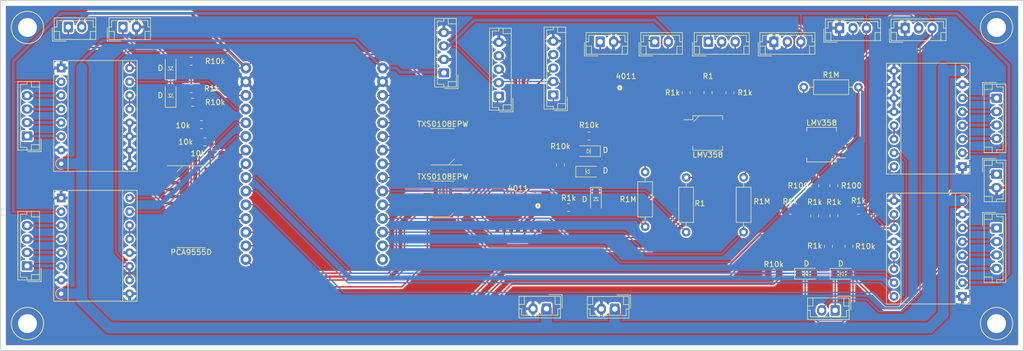
<source format=kicad_pcb>
(kicad_pcb (version 20221018) (generator pcbnew)
  (layers (0 "F.Cu" signal) (31 "B.Cu" signal) (35 "F.Paste" user) (37 "F.SilkS" user "F.Silkscreen") (38 "B.Mask" user) (39 "F.Mask" user) (44 "Edge.Cuts" user))
  (net 0 "")
  (net 1 "VDD3V3")
  (net 2 "Net-(A1-1B)")
  (net 3 "Net-(A1-1A)")
  (net 4 "Net-(A1-2A)")
  (net 5 "Net-(A1-2B)")
  (net 6 "+12V")
  (net 7 "Net-(A1-~{RESET})")
  (net 8 "SD1_STEP")
  (net 9 "SD1_DIR")
  (net 10 "Net-(A2-1B)")
  (net 11 "Net-(A2-1A)")
  (net 12 "Net-(A2-2A)")
  (net 13 "Net-(A2-2B)")
  (net 14 "Net-(A2-~{RESET})")
  (net 15 "Net-(A3-1B)")
  (net 16 "Net-(A3-1A)")
  (net 17 "Net-(A3-2A)")
  (net 18 "Net-(A3-2B)")
  (net 19 "Net-(A3-~{RESET})")
  (net 20 "Net-(A3-DIR)")
  (net 21 "Net-(A4-1B)")
  (net 22 "Net-(A4-1A)")
  (net 23 "Net-(A4-2A)")
  (net 24 "Net-(A4-2B)")
  (net 25 "Net-(A4-~{RESET})")
  (net 26 "Net-(A4-DIR)")
  (net 27 "STOP_Z_MIN5V")
  (net 28 "Net-(D2-A)")
  (net 29 "Net-(D4-A)")
  (net 30 "STOP_Z_MAX5V")
  (net 31 "Net-(J16-Pin_1)")
  (net 32 "Net-(J16-Pin_3)")
  (net 33 "+5V")
  (net 34 "Net-(J17-Pin_1)")
  (net 35 "Net-(J17-Pin_3)")
  (net 36 "Net-(J18-Pin_2)")
  (net 37 "Net-(J19-Pin_2)")
  (net 38 "Net-(J20-Pin_2)")
  (net 39 "Z_VEL5V")
  (net 40 "Net-(J21-Pin_3)")
  (net 41 "STOP_Z_MAX")
  (net 42 "STOP_Z_MIN")
  (net 43 "Net-(R30-Pad1)")
  (net 44 "Net-(U1A--)")
  (net 45 "A1_10k")
  (net 46 "Net-(R34-Pad1)")
  (net 47 "Net-(U1B--)")
  (net 48 "A2_10k")
  (net 49 "Net-(R38-Pad1)")
  (net 50 "Net-(U3A--)")
  (net 51 "AZ_10M")
  (net 52 "Z_DIR")
  (net 53 "A2")
  (net 54 "B2")
  (net 55 "X2")
  (net 56 "X1")
  (net 57 "B1")
  (net 58 "A1")
  (net 59 "LOG_AZ_10M")
  (net 60 "FEEDBACK_Z5V")
  (net 61 "Net-(U4-Pad1)")
  (net 62 "LOG_Z5V")
  (net 63 "EN_LOG_Z5V")
  (net 64 "EN_LOG_Z")
  (net 65 "LOG_Z_DIR")
  (net 66 "Z_VEL")
  (net 67 "SD2_DIR")
  (net 68 "SD2_STEP")
  (net 69 "Net-(J16-Pin_4)")
  (net 70 "Net-(J17-Pin_4)")
  (net 71 "BRAKE_SD1_STEP")
  (net 72 "BRAKE_SD2_STEP")
  (net 73 "BRAKE_SD2_DIR")
  (net 74 "BRAKE_SD1_DIR")
  (net 75 "STOP_SD1_MIN")
  (net 76 "STOP_SD1_MAX")
  (net 77 "STOP_SD2_MAX")
  (net 78 "STOP_SD2_MIN")
  (net 79 "Net-(U4-Pad10)")
  (net 80 "Net-(U4-Pad2)")
  (net 81 "~INT2")
  (net 82 "Data2_Pin")
  (net 83 "Clock2_Pin")
  (net 84 "Net-(U3B--)")
  (net 88 "GND")
  (footprint "Package_SO:TSSOP-20_4.4x6.5mm_P0.65mm" (layer "F.Cu") (at 113.2304 58.352 180)
    (fp_text reference "U8" hide)
    (fp_text value "TXS0108EPW")
  )
  (footprint "Package_SO:TSSOP-20_4.4x6.5mm_P0.65mm" (layer "F.Cu") (at 113.2304 48.573 180)
    (fp_text reference "U7" hide)
    (fp_text value "TXS0108EPW")
  )
  (footprint "Package_SO:SO-8_5.3x6.2mm_P1.27mm" (layer "F.Cu") (at 183.6064 48.192 180)
    (fp_text reference "U1" hide)
    (fp_text value "LMV358")
  )
  (footprint "Мои:SOP14" (layer "F.Cu") (at 147.47468 41.33146 -90)
    (fp_text reference "U5")
    (fp_text value "4011")
  )
  (footprint "Resistor_SMD:R_0805_2012Metric_Pad1.20x1.40mm_HandSolder" (layer "F.Cu") (at 177.7464 60.384 180)
    (fp_text reference "R34" hide)
    (fp_text value "R1k")
  )
  (footprint "Мои:D_SOD-123F_dir" (layer "F.Cu") (at 140.1544 53.2145)
    (fp_text reference "D2" hide)
    (fp_text value "D")
  )
  (footprint "Resistor_THT:R_Axial_DIN0207_L6.3mm_D2.5mm_P10.16mm_Horizontal" (layer "F.Cu") (at 158.4424 64.448 90)
    (fp_text reference "R7" hide)
    (fp_text value "R1")
  )
  (footprint "Package_SO:SO-24_5.3x15mm_P1.27mm" (layer "F.Cu") (at 66.50315 59.72425)
    (fp_text reference "U6" hide)
    (fp_text value "PCA9555D")
  )
  (footprint "Resistor_SMD:R_0805_2012Metric_Pad1.20x1.40mm_HandSolder" (layer "F.Cu") (at 174.6984 72.068 180)
    (fp_text reference "R2" hide)
    (fp_text value "R10k")
  )
  (footprint "Resistor_THT:R_Axial_DIN0207_L6.3mm_D2.5mm_P10.16mm_Horizontal" (layer "F.Cu") (at 190.4464 37.524 180)
    (fp_text reference "R33" hide)
    (fp_text value "R1M")
  )
  (footprint "Connector_JST:JST_EH_B3B-EH-A_1x03_P2.50mm_Vertical" (layer "F.Cu") (at 174.7384 29.096)
    (fp_text reference "J20" hide)
    (fp_text value "Conn_01x03_Pin" hide)
  )
  (footprint "Resistor_SMD:R_0805_2012Metric_Pad1.20x1.40mm_HandSolder" (layer "F.Cu") (at 68.40815 44.48425)
    (fp_text reference "R10" hide)
    (fp_text value "10k")
  )
  (footprint "Resistor_SMD:R_0805_2012Metric_Pad1.20x1.40mm_HandSolder" (layer "F.Cu") (at 66.4944 32.698)
    (fp_text reference "R4" hide)
    (fp_text value "R10k")
  )
  (footprint "Connector_JST:JST_EH_B2B-EH-A_1x02_P2.50mm_Vertical" (layer "F.Cu") (at 216.1004 53.686 -90)
    (fp_text reference "J6" hide)
    (fp_text value "Conn_01x02_Pin" hide)
  )
  (footprint "Connector_JST:JST_EH_B5B-EH-A_1x05_P2.50mm_Vertical" (layer "F.Cu") (at 133.7584 38.968 90)
    (fp_text reference "J16" hide)
    (fp_text value "Conn_01x05_Pin" hide)
  )
  (footprint "Мои:SOP14" (layer "F.Cu") (at 127.19786 60.90337 180)
    (fp_text reference "U4" hide)
    (fp_text value "4011")
  )
  (footprint "Resistor_SMD:R_0805_2012Metric_Pad1.20x1.40mm_HandSolder" (layer "F.Cu") (at 184.8584 67.083 -90)
    (fp_text reference "R1" hide)
    (fp_text value "R1k")
  )
  (footprint "Resistor_SMD:R_0805_2012Metric_Pad1.20x1.40mm_HandSolder" (layer "F.Cu") (at 66.4944 37.778 180)
    (fp_text reference "R3" hide)
    (fp_text value "R1k")
  )
  (footprint "Resistor_SMD:R_0805_2012Metric_Pad1.20x1.40mm_HandSolder" (layer "F.Cu") (at 185.8744 55.812 -90)
    (fp_text reference "R32" hide)
    (fp_text value "R100")
  )
  (footprint "Module:Pololu_Breakout-16_15.2x20.3mm" (layer "F.Cu") (at 42.3644 33.968)
    (fp_text reference "A3" hide)
    (fp_text value "Pololu_Breakout_A4988" hide)
  )
  (footprint "Мои:D_SOD-123F_dir" (layer "F.Cu") (at 140.2844 49.4045 180)
    (fp_text reference "D6" hide)
    (fp_text value "D")
  )
  (footprint "Мои:D_SOD-123F_dir" (layer "F.Cu") (at 180.7884 72.163)
    (fp_text reference "D5" hide)
    (fp_text value "D")
  )
  (footprint "Connector_JST:JST_EH_B2B-EH-A_1x02_P2.50mm_Vertical" (layer "F.Cu") (at 142.4604 29.096)
    (fp_text reference "J23" hide)
    (fp_text value "Conn_01x02_Pin" hide)
  )
  (footprint "Мои:D_SOD-123F_dir" (layer "F.Cu") (at 62.6844 33.968 90)
    (fp_text reference "D1" hide)
    (fp_text value "D")
  )
  (footprint "Connector_JST:JST_EH_B2B-EH-A_1x02_P2.50mm_Vertical" (layer "F.Cu") (at 132.4944 78.672 180)
    (fp_text reference "J11" hide)
    (fp_text value "Conn_01x02_Pin")
  )
  (footprint "Connector_JST:JST_EH_B3B-EH-A_1x03_P2.50mm_Vertical" (layer "F.Cu") (at 186.9304 26.556)
    (fp_text reference "J19" hide)
    (fp_text value "Conn_01x03_Pin" hide)
  )
  (footprint "Connector_JST:JST_EH_B4B-EH-A_1x04_P2.50mm_Vertical" (layer "F.Cu") (at 216.1004 39.556 -90)
    (fp_text reference "J3" hide)
    (fp_text value "Conn_01x04_Pin" hide)
  )
  (footprint "Connector_JST:JST_EH_B3B-EH-A_1x03_P2.50mm_Vertical" (layer "F.Cu") (at 162.5464 29.096)
    (fp_text reference "J21" hide)
    (fp_text value "Conn_01x03_Pin" hide)
  )
  (footprint "Resistor_SMD:R_0805_2012Metric_Pad1.20x1.40mm_HandSolder" (layer "F.Cu") (at 182.3364 55.812 -90)
    (fp_text reference "R36" hide)
    (fp_text value "R100")
  )
  (footprint "Resistor_THT:R_Axial_DIN0207_L6.3mm_D2.5mm_P10.16mm_Horizontal" (layer "F.Cu") (at 169.1104 64.448 90)
    (fp_text reference "R37" hide)
    (fp_text value "R1M")
  )
  (footprint "Module:Pololu_Breakout-16_15.2x20.3mm" (layer "F.Cu") (at 42.3644 58.098)
    (fp_text reference "A1" hide)
    (fp_text value "Pololu_Breakout_A4988" hide)
  )
  (footprint "Connector_JST:JST_EH_B4B-EH-A_1x04_P2.50mm_Vertical" (layer "F.Cu") (at 36.0144 70.718 90)
    (fp_text reference "J5" hide)
    (fp_text value "Conn_01x04_Pin" hide)
  )
  (footprint "Connector_JST:JST_EH_B2B-EH-A_1x02_P2.50mm_Vertical" (layer "F.Cu") (at 43.6744 26.348)
    (fp_text reference "J8" hide)
    (fp_text value "Conn_01x02_Pin" hide)
  )
  (footprint "Resistor_SMD:R_0805_2012Metric_Pad1.20x1.40mm_HandSolder" (layer "F.Cu") (at 182.3184 61.4 90)
    (fp_text reference "R35" hide)
    (fp_text value "R1k")
  )
  (footprint "Resistor_SMD:R_0805_2012Metric_Pad1.20x1.40mm_HandSolder" (layer "F.Cu") (at 71.18465 50.039 180)
    (fp_text reference "R11" hide)
    (fp_text value "10k")
  )
  (footprint "Connector_JST:JST_EH_B2B-EH-A_1x02_P2.50mm_Vertical" (layer "F.Cu") (at 152.6204 29.096)
    (fp_text reference "J22" hide)
    (fp_text value "Conn_01x02_Pin" hide)
  )
  (footprint "Мои:D_SOD-123F_dir" (layer "F.Cu") (at 62.6844 39.048 90)
    (fp_text reference "D3" hide)
    (fp_text value "D")
  )
  (footprint "Resistor_SMD:R_0805_2012Metric_Pad1.20x1.40mm_HandSolder" (layer "F.Cu") (at 185.8744 61.4 90)
    (fp_text reference "R31" hide)
    (fp_text value "R1k")
  )
  (footprint "Connector_JST:JST_EH_B3B-EH-A_1x03_P2.50mm_Vertical" (layer "F.Cu") (at 199.1224 26.556)
    (fp_text reference "J18" hide)
    (fp_text value "Conn_01x03_Pin" hide)
  )
  (footprint "Connector_JST:JST_EH_B5B-EH-A_1x05_P2.50mm_Vertical" (layer "F.Cu") (at 123.6444 39.182 90)
    (fp_text reference "J17" hide)
    (fp_text value "Conn_01x05_Pin" hide)
  )
  (footprint "Connector_JST:JST_EH_B2B-EH-A_1x02_P2.50mm_Vertical" (layer "F.Cu") (at 53.8344 26.348)
    (fp_text reference "J9" hide)
    (fp_text value "Conn_01x02_Pin" hide)
  )
  (footprint "Resistor_SMD:R_0805_2012Metric_Pad1.20x1.40mm_HandSolder" (layer "F.Cu") (at 190.4464 60.384)
    (fp_text reference "R30" hide)
    (fp_text value "R1k")
  )
  (footprint "Resistor_SMD:R_0805_2012Metric_Pad1.20x1.40mm_HandSolder" (layer "F.Cu") (at 166.5704 38.524 90)
    (fp_text reference "R38" hide)
    (fp_text value "R1k")
  )
  (footprint "Connector_JST:JST_EH_B4B-EH-A_1x04_P2.50mm_Vertical" (layer "F.Cu") (at 36.0144 46.588 90)
    (fp_text reference "J7" hide)
    (fp_text value "Conn_01x04_Pin" hide)
  )
  (footprint "Package_SO:SO-8_5.3x6.2mm_P1.27mm" (layer "F.Cu") (at 162.4504 46.033)
    (fp_text reference "U3" hide)
    (fp_text value "LMV358")
  )
  (footprint "Мои:ESP32 WROOM DevKit v1" (layer "F.Cu") (at 76.6544 69.528 180)
    (fp_text reference "J1" hide)
    (fp_text value "ESP32 WROOM DevKit v1")
  )
  (footprint "Resistor_SMD:R_0805_2012Metric_Pad1.20x1.40mm_HandSolder" (layer "F.Cu") (at 136.5984 59.876)
    (fp_text reference "R42" hide)
    (fp_text value "R1k")
  )
  (footprint "Resistor_SMD:R_0805_2012Metric_Pad1.20x1.40mm_HandSolder" (layer "F.Cu") (at 69.0344 47.684)
    (fp_text reference "R12" hide)
    (fp_text value "10k")
  )
  (footprint "Connector_JST:JST_EH_B4B-EH-A_1x04_P2.50mm_Vertical" (layer "F.Cu") (at 216.1004 63.686 -90)
    (fp_text reference "J2" hide)
    (fp_text value "Conn_01x04_Pin" hide)
  )
  (footprint "Resistor_THT:R_Axial_DIN0207_L6.3mm_D2.5mm_P10.16mm_Horizontal" (layer "F.Cu") (at 150.8224 63.432 90)
    (fp_text reference "R41" hide)
    (fp_text value "R1M")
  )
  (footprint "Connector_JST:JST_EH_B2B-EH-A_1x02_P2.50mm_Vertical" (layer "F.Cu") (at 145.1944 78.712 180)
    (fp_text reference "J12" hide)
    (fp_text value "Conn_01x02_Pin")
  )
  (footprint "Resistor_SMD:R_0805_2012Metric_Pad1.20x1.40mm_HandSolder" (layer "F.Cu") (at 188.6684 67.083 90)
    (fp_text reference "R6" hide)
    (fp_text value "R10k")
  )
  (footprint "Resistor_SMD:R_0805_2012Metric_Pad1.20x1.40mm_HandSolder" (layer "F.Cu") (at 140.4084 46.6045 180)
    (fp_text reference "R43" hide)
    (fp_text value "R10k")
  )
  (footprint "Resistor_SMD:R_0805_2012Metric_Pad1.20x1.40mm_HandSolder" (layer "F.Cu") (at 162.5064 38.524 -90)
    (fp_text reference "R40" hide)
    (fp_text value "R1")
  )
  (footprint "Resistor_SMD:R_0805_2012Metric_Pad1.20x1.40mm_HandSolder" (layer "F.Cu") (at 158.4424 38.524 -90)
    (fp_text reference "R39" hide)
    (fp_text value "R1k")
  )
  (footprint "Resistor_SMD:R_0805_2012Metric_Pad1.20x1.40mm_HandSolder" (layer "F.Cu") (at 135.0744 51.9445 90)
    (fp_text reference "R44" hide)
    (fp_text value "R10k")
  )
  (footprint "Connector_JST:JST_EH_B2B-EH-A_1x02_P2.50mm_Vertical" (layer "F.Cu") (at 186.1084 78.972 180)
    (fp_text reference "J4" hide)
    (fp_text value "Conn_01x02_Pin" hide)
  )
  (footprint "Resistor_SMD:R_0805_2012Metric_Pad1.20x1.40mm_HandSolder" (layer "F.Cu") (at 66.7644 40.318)
    (fp_text reference "R5" hide)
    (fp_text value "R10k")
  )
  (footprint "Connector_JST:JST_EH_B4B-EH-A_1x04_P2.50mm_Vertical" (layer "F.Cu") (at 113.4384 34.864 90)
    (fp_text reference "J10" hide)
    (fp_text value "Conn_01x04_Pin" hide)
  )
  (footprint "Мои:D_SOD-123F_dir" (layer "F.Cu") (at 141.6784 58.352 -90)
    (fp_text reference "D4" hide)
    (fp_text value "D")
  )
  (footprint "Мои:D_SOD-123F_dir" (layer "F.Cu") (at 187.3984 72.163)
    (fp_text reference "D7" hide)
    (fp_text value "D")
  )
  (footprint "Module:Pololu_Breakout-16_15.2x20.3mm" (layer "F.Cu") (at 209.7504 52.256 180)
    (fp_text reference "A4" hide)
    (fp_text value "Pololu_Breakout_A4988" hide)
  )
  (footprint "Module:Pololu_Breakout-16_15.2x20.3mm" (layer "F.Cu") (at 209.7504 76.386 180)
    (fp_text reference "A2" hide)
    (fp_text value "Pololu_Breakout_A4988" hide)
  )
  (gr_circle (center 216.0944 81.428) (end 219.0944 81.428) (stroke (width 0.15)) (fill none) (layer "F.SilkS"))
  (gr_circle (center 36.0944 26.428) (end 36.0944 23.428) (stroke (width 0.15)) (fill none) (layer "F.SilkS"))
  (gr_circle (center 216.0944 26.428) (end 219.0944 26.428) (stroke (width 0.15)) (fill none) (layer "F.SilkS"))
  (gr_circle (center 36.0944 81.428) (end 36.0944 78.428) (stroke (width 0.15)) (fill none) (layer "F.SilkS"))
  (gr_poly (pts (xy 31.0944 21.428) (xy 221.0944 21.428) (xy 221.0944 86.428) (xy 31.0944 86.428)) (stroke (width 0.2)) (fill none) (layer "Edge.Cuts"))
  (segment (start 52.7784 71.56) (end 52.7784 77.656) (width 0.25) (layer "F.Cu") (net 1))
  (segment (start 193.4944 32.444) (end 195.2724 30.666) (width 0.25) (layer "F.Cu") (net 1))
  (segment (start 191.3514 66.083) (end 193.7484 63.686) (width 0.25) (layer "F.Cu") (net 1))
  (segment (start 193.7484 63.686) (end 197.0504 63.686) (width 0.25) (layer "F.Cu") (net 1))
  (segment (start 111.7174 60.627) (end 112.7224 59.622) (width 0.25) (layer "F.Cu") (net 1))
  (segment (start 46.1744 25.078) (end 46.1744 26.348) (width 0.5) (layer "F.Cu") (net 1))
  (segment (start 112.7224 49.716) (end 112.7224 39.048) (width 0.25) (layer "F.Cu") (net 1))
  (segment (start 172.5544 37.524) (end 172.6664 37.524) (width 0.25) (layer "F.Cu") (net 1))
  (segment (start 179.1144 51.089) (end 179.1144 55.558) (width 0.25) (layer "F.Cu") (net 1))
  (segment (start 55.8264 78.672) (end 58.3664 76.132) (width 0.25) (layer "F.Cu") (net 1))
  (segment (start 70.0344 47.684) (end 70.0344 45.1105) (width 0.25) (layer "F.Cu") (net 1))
  (segment (start 179.1144 55.558) (end 176.7464 57.926) (width 0.25) (layer "F.Cu") (net 1))
  (segment (start 172.1584 37.524) (end 172.6664 37.524) (width 0.25) (layer "F.Cu") (net 1))
  (segment (start 172.6664 37.524) (end 179.7384 30.452) (width 0.25) (layer "F.Cu") (net 1))
  (segment (start 52.7784 77.656) (end 53.7944 78.672) (width 0.25) (layer "F.Cu") (net 1))
  (segment (start 177.2384 61.4) (end 190.4304 61.4) (width 0.25) (layer "F.Cu") (net 1))
  (segment (start 183.6084 78.972) (end 183.6084 79.454) (width 0.25) (layer "F.Cu") (net 1))
  (segment (start 180.1064 50.097) (end 179.1144 51.089) (width 0.25) (layer "F.Cu") (net 1))
  (segment (start 76.6544 33.968) (end 66.4944 23.808) (width 0.5) (layer "F.Cu") (net 1))
  (segment (start 176.7464 57.926) (end 176.7464 60.384) (width 0.25) (layer "F.Cu") (net 1))
  (segment (start 204.1224 28.42) (end 204.1224 26.556) (width 0.25) (layer "F.Cu") (net 1))
  (segment (start 191.4464 60.384) (end 193.4944 58.336) (width 0.25) (layer "F.Cu") (net 1))
  (segment (start 58.3664 64.956) (end 61.69315 61.62925) (width 0.25) (layer "F.Cu") (net 1))
  (segment (start 67.4944 32.698) (end 72.8444 32.698) (width 0.25) (layer "F.Cu") (net 1))
  (segment (start 105.1024 31.428) (end 79.1944 31.428) (width 0.25) (layer "F.Cu") (net 1))
  (segment (start 110.3679 60.627) (end 111.7174 60.627) (width 0.25) (layer "F.Cu") (net 1))
  (segment (start 188.6684 66.083) (end 191.3514 66.083) (width 0.25) (layer "F.Cu") (net 1))
  (segment (start 61.69315 61.62925) (end 63.04065 61.62925) (width 0.25) (layer "F.Cu") (net 1))
  (segment (start 166.5704 37.524) (end 172.1584 37.524) (width 0.25) (layer "F.Cu") (net 1))
  (segment (start 112.7224 39.048) (end 105.1024 31.428) (width 0.25) (layer "F.Cu") (net 1))
  (segment (start 111.5904 50.848) (end 112.7224 49.716) (width 0.25) (layer "F.Cu") (net 1))
  (segment (start 70.0344 45.1105) (end 69.40815 44.48425) (width 0.25) (layer "F.Cu") (net 1))
  (segment (start 72.8444 32.698) (end 74.1144 33.968) (width 0.25) (layer "F.Cu") (net 1))
  (segment (start 70.0344 52.6565) (end 70.0344 50.039) (width 0.25) (layer "F.Cu") (net 1))
  (segment (start 179.7384 30.452) (end 179.7384 29.096) (width 0.25) (layer "F.Cu") (net 1))
  (segment (start 176.7464 60.908) (end 177.2384 61.4) (width 0.25) (layer "F.Cu") (net 1))
  (segment (start 66.4944 23.808) (end 47.4444 23.808) (width 0.5) (layer "F.Cu") (net 1))
  (segment (start 70.0344 50.039) (end 70.0344 47.684) (width 0.25) (layer "F.Cu") (net 1))
  (segment (start 165.9504 44.128) (end 172.5544 37.524) (width 0.25) (layer "F.Cu") (net 1))
  (segment (start 53.5404 70.798) (end 52.7784 71.56) (width 0.25) (layer "F.Cu") (net 1))
  (segment (start 79.1944 31.428) (end 76.6544 33.968) (width 0.25) (layer "F.Cu") (net 1))
  (segment (start 74.1144 33.968) (end 76.6544 33.968) (width 0.25) (layer "F.Cu") (net 1))
  (segment (start 66.4944 60.892) (end 66.4944 46.668) (width 0.25) (layer "F.Cu") (net 1))
  (segment (start 67.0024 46.16) (end 67.7324 46.16) (width 0.25) (layer "F.Cu") (net 1))
  (segment (start 63.04065 61.62925) (end 65.75715 61.62925) (width 0.25) (layer "F.Cu") (net 1))
  (segment (start 66.4944 46.668) (end 67.0024 46.16) (width 0.25) (layer "F.Cu") (net 1))
  (segment (start 65.75715 61.62925) (end 66.4944 60.892) (width 0.25) (layer "F.Cu") (net 1))
  (segment (start 112.7224 59.622) (end 112.7224 49.716) (width 0.25) (layer "F.Cu") (net 1))
  (segment (start 193.4944 58.336) (end 193.4944 32.444) (width 0.25) (layer "F.Cu") (net 1))
  (segment (start 176.7464 60.384) (end 176.7464 60.908) (width 0.25) (layer "F.Cu") (net 1))
  (segment (start 110.3679 50.848) (end 111.5904 50.848) (width 0.25) (layer "F.Cu") (net 1))
  (segment (start 201.8764 30.666) (end 204.1224 28.42) (width 0.25) (layer "F.Cu") (net 1))
  (segment (start 58.3664 76.132) (end 58.3664 64.956) (width 0.25) (layer "F.Cu") (net 1))
  (segment (start 55.0644 70.798) (end 53.5404 70.798) (width 0.25) (layer "F.Cu") (net 1))
  (segment (start 195.2724 30.666) (end 201.8764 30.666) (width 0.25) (layer "F.Cu") (net 1))
  (segment (start 53.7944 78.672) (end 55.8264 78.672) (width 0.25) (layer "F.Cu") (net 1))
  (segment (start 190.4304 61.4) (end 191.4464 60.384) (width 0.25) (layer "F.Cu") (net 1))
  (segment (start 47.4444 23.808) (end 46.1744 25.078) (width 0.5) (layer "F.Cu") (net 1))
  (segment (start 67.7324 46.16) (end 69.40815 44.48425) (width 0.25) (layer "F.Cu") (net 1))
  (segment (start 201.8764 29.904) (end 204.1224 27.658) (width 0.25) (layer "B.Cu") (net 1))
  (segment (start 218.3864 72.068) (end 218.3864 47.684) (width 0.5) (layer "B.Cu") (net 1))
  (segment (start 208.7344 23.808) (end 203.1464 23.808) (width 0.5) (layer "B.Cu") (net 1))
  (segment (start 191.9304 23.848) (end 191.9704 23.808) (width 0.25) (layer "B.Cu") (net 1))
  (segment (start 191.9304 26.556) (end 191.9304 23.848) (width 0.25) (layer "B.Cu") (net 1))
  (segment (start 204.1224 24.784) (end 203.1464 23.808) (width 0.25) (layer "B.Cu") (net 1))
  (segment (start 209.7504 49.716) (end 216.3544 49.716) (width 0.25) (layer "B.Cu") (net 1))
  (segment (start 179.5244 23.808) (end 46.8744 23.808) (width 0.5) (layer "B.Cu") (net 1))
  (segment (start 218.3864 72.068) (end 216.6084 73.846) (width 0.5) (layer "B.Cu") (net 1))
  (segment (start 191.9304 60.09) (end 191.9304 26.556) (width 0.25) (layer "B.Cu") (net 1))
  (segment (start 191.9704 23.808) (end 179.5244 23.808) (width 0.5) (layer "B.Cu") (net 1))
  (segment (start 194.2564 79.18) (end 198.5744 79.18) (width 0.25) (layer "B.Cu") (net 1))
  (segment (start 195.5264 63.686) (end 191.9304 60.09) (width 0.25) (layer "B.Cu") (net 1))
  (segment (start 216.3544 49.716) (end 218.3864 47.684) (width 0.25) (layer "B.Cu") (net 1))
  (segment (start 197.0504 63.686) (end 195.5264 63.686) (width 0.25) (layer "B.Cu") (net 1))
  (segment (start 33.4744 60.638) (end 33.4744 32.698) (width 0.5) (layer "B.Cu") (net 1))
  (segment (start 52.5244 32.698) (end 52.5244 68.258) (width 0.25) (layer "B.Cu") (net 1))
  (segment (start 46.8744 23.808) (end 46.1744 24.508) (width 0.75) (layer "B.Cu") (net 1))
  (segment (start 73.6064 30.92) (end 54.3024 30.92) (width 0.25) (layer "B.Cu") (net 1))
  (segment (start 55.0644 73.338) (end 55.0644 70.798) (width 0.5) (layer "B.Cu") (net 1))
  (segment (start 216.6084 73.846) (end 209.7504 73.846) (width 0.5) (layer "B.Cu") (net 1))
  (segment (start 46.1744 26.348) (end 46.1744 24.508) (width 0.75) (layer "B.Cu") (net 1))
  (segment (start 183.6084 78.972) (end 183.6084 78.652) (width 0.25) (layer "B.Cu") (net 1))
  (segment (start 201.8764 75.878) (end 201.8764 29.904) (width 0.25) (layer "B.Cu") (net 1))
  (segment (start 42.3644 23.808) (end 46.8744 23.808) (width 0.5) (layer "B.Cu") (net 1))
  (segment (start 218.3864 47.684) (end 218.3864 33.46) (width 0.5) (layer "B.Cu") (net 1))
  (segment (start 76.6544 33.968) (end 73.6064 30.92) (width 0.25) (layer "B.Cu") (net 1))
  (segment (start 179.7384 29.096) (end 179.7384 24.022) (width 0.25) (layer "B.Cu") (net 1))
  (segment (start 218.3864 33.46) (end 208.7344 23.808) (width 0.5) (layer "B.Cu") (net 1))
  (segment (start 33.4744 32.698) (end 42.3644 23.808) (width 0.5) (layer "B.Cu") (net 1))
  (segment (start 42.3644 36.508) (end 33.4744 36.508) (width 0.25) (layer "B.Cu") (net 1))
  (segment (start 197.0504 61.146) (end 197.0504 63.686) (width 0.25) (layer "B.Cu") (net 1))
  (segment (start 204.1224 27.658) (end 204.1224 26.556) (width 0.25) (layer "B.Cu") (net 1))
  (segment (start 198.5744 79.18) (end 201.8764 75.878) (width 0.25) (layer "B.Cu") (net 1))
  (segment (start 185.3664 76.894) (end 191.9704 76.894) (width 0.25) (layer "B.Cu") (net 1))
  (segment (start 42.3644 60.638) (end 33.4744 60.638) (width 0.25) (layer "B.Cu") (net 1))
  (segment (start 203.1464 23.808) (end 191.9704 23.808) (width 0.5) (layer "B.Cu") (net 1))
  (segment (start 54.3024 30.92) (end 52.5244 32.698) (width 0.25) (layer "B.Cu") (net 1))
  (segment (start 183.6084 78.652) (end 185.3664 76.894) (width 0.25) (layer "B.Cu") (net 1))
  (segment (start 52.5244 68.258) (end 55.0644 70.798) (width 0.25) (layer "B.Cu") (net 1))
  (segment (start 204.1224 26.556) (end 204.1224 24.784) (width 0.25) (layer "B.Cu") (net 1))
  (segment (start 191.9704 76.894) (end 194.2564 79.18) (width 0.25) (layer "B.Cu") (net 1))
  (segment (start 179.7384 24.022) (end 179.5244 23.808) (width 0.25) (layer "B.Cu") (net 1))
  (segment (start 42.3244 63.218) (end 42.3644 63.178) (width 0.5) (layer "F.Cu") (net 2))
  (segment (start 42.3244 63.218) (end 42.3644 63.178) (width 0.5) (layer "B.Cu") (net 2))
  (segment (start 36.0144 63.218) (end 42.3244 63.218) (width 0.5) (layer "B.Cu") (net 2))
  (segment (start 36.0144 65.718) (end 42.3644 65.718) (width 0.5) (layer "B.Cu") (net 3))
  (segment (start 42.3244 68.218) (end 42.3644 68.258) (width 0.5) (layer "F.Cu") (net 4))
  (segment (start 42.3244 68.218) (end 42.3644 68.258) (width 0.5) (layer "B.Cu") (net 4))
  (segment (start 36.0144 68.218) (end 42.3244 68.218) (width 0.5) (layer "B.Cu") (net 4))
  (segment (start 42.2844 70.718) (end 42.3644 70.798) (width 0.5) (layer "F.Cu") (net 5))
  (segment (start 36.0144 70.718) (end 42.2844 70.718) (width 0.5) (layer "B.Cu") (net 5))
  (segment (start 42.2844 70.718) (end 42.3644 70.798) (width 0.5) (layer "B.Cu") (net 5))
  (segment (start 132.5344 82.228) (end 145.2344 82.228) (width 2) (layer "B.Cu") (net 6))
  (segment (start 145.2344 82.228) (end 203.6544 82.228) (width 2) (layer "B.Cu") (net 6))
  (segment (start 145.1944 82.188) (end 145.2344 82.228) (width 2) (layer "B.Cu") (net 6))
  (segment (start 113.3044 34.73) (end 105.3564 34.73) (width 0.5) (layer "B.Cu") (net 6))
  (segment (start 206.7024 34.476) (end 206.1944 33.968) (width 2) (layer "B.Cu") (net 6))
  (segment (start 132.4944 82.188) (end 132.5344 82.228) (width 2) (layer "B.Cu") (net 6))
  (segment (start 203.6544 82.228) (end 206.1944 79.688) (width 2) (layer "B.Cu") (net 6))
  (segment (start 105.3564 34.73) (end 104.5944 33.968) (width 0.5) (layer "B.Cu") (net 6))
  (segment (start 206.9564 58.606) (end 206.1944 59.368) (width 2) (layer "B.Cu") (net 6))
  (segment (start 49.9844 28.888) (end 46.1744 32.698) (width 0.5) (layer "B.Cu") (net 6))
  (segment (start 145.1944 78.712) (end 145.1944 82.188) (width 2) (layer "B.Cu") (net 6))
  (segment (start 46.1744 32.698) (end 46.1744 33.968) (width 0.5) (layer "B.Cu") (net 6))
  (segment (start 46.1744 33.968) (end 46.1744 76.768) (width 2) (layer "B.Cu") (net 6))
  (segment (start 51.2544 82.228) (end 132.5344 82.228) (width 2) (layer "B.Cu") (net 6))
  (segment (start 206.1944 79.688) (end 206.1944 59.368) (width 2) (layer "B.Cu") (net 6))
  (segment (start 102.0544 33.968) (end 96.9744 28.888) (width 0.5) (layer "B.Cu") (net 6))
  (segment (start 132.4944 78.672) (end 132.4944 82.188) (width 2) (layer "B.Cu") (net 6))
  (segment (start 113.4384 34.864) (end 113.3044 34.73) (width 0.5) (layer "B.Cu") (net 6))
  (segment (start 46.1744 77.148) (end 51.2544 82.228) (width 2) (layer "B.Cu") (net 6))
  (segment (start 104.5944 33.968) (end 102.0544 33.968) (width 0.5) (layer "B.Cu") (net 6))
  (segment (start 209.7504 58.606) (end 206.9564 58.606) (width 2) (layer "B.Cu") (net 6))
  (segment (start 206.1944 59.368) (end 206.1944 33.968) (width 2) (layer "B.Cu") (net 6))
  (segment (start 209.7504 34.476) (end 206.7024 34.476) (width 2) (layer "B.Cu") (net 6))
  (segment (start 96.9744 28.888) (end 49.9844 28.888) (width 0.5) (layer "B.Cu") (net 6))
  (segment (start 42.3644 75.878) (end 46.1744 75.878) (width 2) (layer "B.Cu") (net 6))
  (segment (start 45.7944 51.748) (end 42.3644 51.748) (width 2) (layer "B.Cu") (net 6))
  (segment (start 55.0644 63.178) (end 55.0644 65.718) (width 0.25) (layer "F.Cu") (net 7))
  (segment (start 60.7794 60.638) (end 74.7494 46.668) (width 0.25) (layer "B.Cu") (net 8))
  (segment (start 55.0644 60.638) (end 60.7794 60.638) (width 0.25) (layer "B.Cu") (net 8))
  (segment (start 74.7494 46.668) (end 76.6544 46.668) (width 0.25) (layer "B.Cu") (net 8))
  (segment (start 60.7794 58.098) (end 74.7494 44.128) (width 0.25) (layer "B.Cu") (net 9))
  (segment (start 74.7494 44.128) (end 76.6544 44.128) (width 0.25) (layer "B.Cu") (net 9))
  (segment (start 55.0644 58.098) (end 60.7794 58.098) (width 0.25) (layer "B.Cu") (net 9))
  (segment (start 209.8704 71.186) (end 209.7504 71.306) (width 0.5) (layer "B.Cu") (net 10))
  (segment (start 216.1004 71.186) (end 209.8704 71.186) (width 0.5) (layer "B.Cu") (net 10))
  (segment (start 215.9804 68.886) (end 216.1004 68.766) (width 0.5) (layer "F.Cu") (net 11))
  (segment (start 216.1004 68.686) (end 209.8304 68.686) (width 0.5) (layer "B.Cu") (net 11))
  (segment (start 209.8304 68.686) (end 209.7504 68.766) (width 0.5) (layer "B.Cu") (net 11))
  (segment (start 216.0204 66.346) (end 216.1004 66.266) (width 0.5) (layer "F.Cu") (net 12))
  (segment (start 209.7904 66.186) (end 209.7504 66.226) (width 0.5) (layer "B.Cu") (net 12))
  (segment (start 216.1004 66.186) (end 209.7904 66.186) (width 0.5) (layer "B.Cu") (net 12))
  (segment (start 216.0604 63.806) (end 216.1004 63.766) (width 0.5) (layer "F.Cu") (net 13))
  (segment (start 216.1004 63.686) (end 209.7504 63.686) (width 0.5) (layer "B.Cu") (net 13))
  (segment (start 197.0504 68.766) (end 197.0504 71.306) (width 0.25) (layer "F.Cu") (net 14))
  (segment (start 42.3244 39.088) (end 42.3644 39.048) (width 0.5) (layer "F.Cu") (net 15))
  (segment (start 42.3244 39.088) (end 42.3644 39.048) (width 0.5) (layer "B.Cu") (net 15))
  (segment (start 36.0144 39.088) (end 42.3244 39.088) (width 0.5) (layer "B.Cu") (net 15))
  (segment (start 36.0144 41.588) (end 42.3644 41.588) (width 0.5) (layer "B.Cu") (net 16))
  (segment (start 42.3244 44.088) (end 42.3644 44.128) (width 0.5) (layer "F.Cu") (net 17))
  (segment (start 42.3244 44.088) (end 42.3644 44.128) (width 0.5) (layer "B.Cu") (net 17))
  (segment (start 36.0144 44.088) (end 42.3244 44.088) (width 0.5) (layer "B.Cu") (net 17))
  (segment (start 42.2844 46.588) (end 42.3644 46.668) (width 0.5) (layer "F.Cu") (net 18))
  (segment (start 42.2844 46.588) (end 42.3644 46.668) (width 0.5) (layer "B.Cu") (net 18))
  (segment (start 36.0144 46.588) (end 42.2844 46.588) (width 0.5) (layer "B.Cu") (net 18))
  (segment (start 55.0644 39.048) (end 55.0644 41.588) (width 0.25) (layer "F.Cu") (net 19))
  (segment (start 60.1444 33.968) (end 55.0644 33.968) (width 0.25) (layer "F.Cu") (net 20))
  (segment (start 61.5444 35.368) (end 60.1444 33.968) (width 0.25) (layer "F.Cu") (net 20))
  (segment (start 44.9044 30.158) (end 53.7944 30.158) (width 0.25) (layer "F.Cu") (net 20))
  (segment (start 55.0644 31.428) (end 55.0644 33.968) (width 0.25) (layer "F.Cu") (net 20))
  (segment (start 65.3644 37.648) (end 65.4944 37.778) (width 0.25) (layer "F.Cu") (net 20))
  (segment (start 62.6844 37.648) (end 62.6844 35.368) (width 0.25) (layer "F.Cu") (net 20))
  (segment (start 43.6744 26.348) (end 43.6744 28.928) (width 0.25) (layer "F.Cu") (net 20))
  (segment (start 43.6744 28.928) (end 44.9044 30.158) (width 0.25) (layer "F.Cu") (net 20))
  (segment (start 53.7944 30.158) (end 55.0644 31.428) (width 0.25) (layer "F.Cu") (net 20))
  (segment (start 62.6844 37.648) (end 65.3644 37.648) (width 0.25) (layer "F.Cu") (net 20))
  (segment (start 62.6844 35.368) (end 61.5444 35.368) (width 0.25) (layer "F.Cu") (net 20))
  (segment (start 209.8704 47.056) (end 209.7504 47.176) (width 0.5) (layer "B.Cu") (net 21))
  (segment (start 216.1004 47.056) (end 209.8704 47.056) (width 0.5) (layer "B.Cu") (net 21))
  (segment (start 215.9804 44.756) (end 216.1004 44.636) (width 0.5) (layer "F.Cu") (net 22))
  (segment (start 209.8304 44.556) (end 209.7504 44.636) (width 0.5) (layer "B.Cu") (net 22))
  (segment (start 216.1004 44.556) (end 209.8304 44.556) (width 0.5) (layer "B.Cu") (net 22))
  (segment (start 216.0204 42.216) (end 216.1004 42.136) (width 0.5) (layer "F.Cu") (net 23))
  (segment (start 209.7904 42.056) (end 209.7504 42.096) (width 0.5) (layer "B.Cu") (net 23))
  (segment (start 216.1004 42.056) (end 209.7904 42.056) (width 0.5) (layer "B.Cu") (net 23))
  (segment (start 216.0604 39.676) (end 216.1004 39.636) (width 0.5) (layer "F.Cu") (net 24))
  (segment (start 216.1004 39.556) (end 209.7504 39.556) (width 0.5) (layer "B.Cu") (net 24))
  (segment (start 197.0504 44.636) (end 197.0504 47.176) (width 0.25) (layer "F.Cu") (net 25))
  (segment (start 184.8584 71.023) (end 185.9984 72.163) (width 0.25) (layer "F.Cu") (net 26))
  (segment (start 189.1764 62.67) (end 191.9704 62.67) (width 0.25) (layer "F.Cu") (net 26))
  (segment (start 185.5414 68.083) (end 186.6364 66.988) (width 0.25) (layer "F.Cu") (net 26))
  (segment (start 191.9704 62.67) (end 194.7644 59.876) (width 0.25) (layer "F.Cu") (net 26))
  (segment (start 186.1084 78.972) (end 186.1084 72.273) (width 0.25) (layer "F.Cu") (net 26))
  (segment (start 184.8584 68.083) (end 185.5414 68.083) (width 0.25) (layer "F.Cu") (net 26))
  (segment (start 194.7644 59.876) (end 194.7644 54.542) (width 0.25) (layer "F.Cu") (net 26))
  (segment (start 186.6364 65.21) (end 189.1764 62.67) (width 0.25) (layer "F.Cu") (net 26))
  (segment (start 184.8584 68.083) (end 184.8584 71.023) (width 0.25) (layer "F.Cu") (net 26))
  (segment (start 194.7644 54.542) (end 197.0504 52.256) (width 0.25) (layer "F.Cu") (net 26))
  (segment (start 182.1884 72.163) (end 185.9984 72.163) (width 0.25) (layer "F.Cu") (net 26))
  (segment (start 186.6364 66.988) (end 186.6364 65.21) (width 0.25) (layer "F.Cu") (net 26))
  (segment (start 186.1084 72.273) (end 185.9984 72.163) (width 0.25) (layer "F.Cu") (net 26))
  (segment (start 138.4844 52.9445) (end 138.7544 53.2145) (width 0.25) (layer "F.Cu") (net 27))
  (segment (start 137.6144 52.9445) (end 138.4844 52.9445) (width 0.25) (layer "F.Cu") (net 27))
  (segment (start 133.8144 52.9445) (end 135.0744 52.9445) (width 0.25) (layer "F.Cu") (net 27))
  (segment (start 142.4604 29.096) (end 142.4604 31.662) (width 0.25) (layer "F.Cu") (net 27))
  (segment (start 121.1044 52.764) (end 133.6339 52.764) (width 0.25) (layer "F.Cu") (net 27))
  (segment (start 117.7914 56.077) (end 121.1044 52.764) (width 0.25) (layer "F.Cu") (net 27))
  (segment (start 137.1064 37.016) (end 137.1064 52.4365) (width 0.25) (layer "F.Cu") (net 27))
  (segment (start 142.4604 31.662) (end 137.1064 37.016) (width 0.25) (layer "F.Cu") (net 27))
  (segment (start 116.0929 56.077) (end 117.7914 56.077) (width 0.25) (layer "F.Cu") (net 27))
  (segment (start 137.1064 52.4365) (end 137.6144 52.9445) (width 0.25) (layer "F.Cu") (net 27))
  (segment (start 137.1064 52.9445) (end 137.6144 52.9445) (width 0.25) (layer "F.Cu") (net 27))
  (segment (start 135.0744 52.9445) (end 137.1064 52.9445) (width 0.25) (layer "F.Cu") (net 27))
  (segment (start 133.6339 52.764) (end 133.8144 52.9445) (width 0.25) (layer "F.Cu") (net 27))
  (segment (start 165.0464 29.904) (end 164.0304 30.92) (width 0.25) (layer "F.Cu") (net 28))
  (segment (start 145.8059 46.6045) (end 147.2664 45.144) (width 0.25) (layer "F.Cu") (net 28))
  (segment (start 141.4084 49.1285) (end 141.6844 49.4045) (width 0.25) (layer "F.Cu") (net 28))
  (segment (start 147.2664 45.144) (end 147.2664 41.57149) (width 0.25) (layer "F.Cu") (net 28))
  (segment (start 141.6844 53.0845) (end 141.5544 53.2145) (width 0.25) (layer "F.Cu") (net 28))
  (segment (start 141.5544 56.828) (end 141.6784 56.952) (width 0.25) (layer "F.Cu") (net 28))
  (segment (start 141.6844 49.4045) (end 141.6844 53.0845) (width 0.25) (layer "F.Cu") (net 28))
  (segment (start 156.4104 30.92) (end 151.8384 35.492) (width 0.25) (layer "F.Cu") (net 28))
  (segment (start 165.0464 29.096) (end 165.0464 29.904) (width 0.25) (layer "F.Cu") (net 28))
  (segment (start 164.0304 30.92) (end 156.4104 30.92) (width 0.25) (layer "F.Cu") (net 28))
  (segment (start 151.8384 35.492) (end 151.8384 39.556) (width 0.25) (layer "F.Cu") (net 28))
  (segment (start 151.8384 39.556) (end 151.3304 40.064) (width 0.25) (layer "F.Cu") (net 28))
  (segment (start 151.3304 40.064) (end 150.22296 40.064) (width 0.25) (layer "F.Cu") (net 28))
  (segment (start 141.4084 46.6045) (end 145.8059 46.6045) (width 0.25) (layer "F.Cu") (net 28))
  (segment (start 141.5544 53.2145) (end 141.5544 56.828) (width 0.25) (layer "F.Cu") (net 28))
  (segment (start 148.77389 40.064) (end 150.22296 40.064) (width 0.25) (layer "F.Cu") (net 28))
  (segment (start 147.2664 41.57149) (end 148.77389 40.064) (width 0.25) (layer "F.Cu") (net 28))
  (segment (start 141.4084 46.6045) (end 141.4084 49.1285) (width 0.25) (layer "F.Cu") (net 28))
  (segment (start 137.7224 59.752) (end 137.5984 59.876) (width 0.25) (layer "F.Cu") (net 29))
  (segment (start 141.6784 59.752) (end 137.7224 59.752) (width 0.25) (layer "F.Cu") (net 29))
  (segment (start 140.4084 37.778) (end 149.2984 28.888) (width 0.25) (layer "F.Cu") (net 30))
  (segment (start 138.6939 55.304) (end 140.1544 53.8435) (width 0.25) (layer "F.Cu") (net 30))
  (segment (start 140.4084 47.8805) (end 140.4084 37.778) (width 0.25) (layer "F.Cu") (net 30))
  (segment (start 140.1544 51.6845) (end 138.8844 50.4145) (width 0.25) (layer "F.Cu") (net 30))
  (segment (start 149.2984 28.888) (end 152.8144 28.888) (width 0.25) (layer "F.Cu") (net 30))
  (segment (start 118.2694 57.377) (end 121.6124 54.034) (width 0.25) (layer "F.Cu") (net 30))
  (segment (start 138.8844 49.4045) (end 140.4084 47.8805) (width 0.25) (layer "F.Cu") (net 30))
  (segment (start 138.8844 50.4145) (end 138.8844 49.4045) (width 0.25) (layer "F.Cu") (net 30))
  (segment (start 121.6124 54.034) (end 132.7884 54.034) (width 0.25) (layer "F.Cu") (net 30))
  (segment (start 134.0584 55.304) (end 138.6939 55.304) (width 0.25) (layer "F.Cu") (net 30))
  (segment (start 116.0929 57.377) (end 118.2694 57.377) (width 0.25) (layer "F.Cu") (net 30))
  (segment (start 132.7884 54.034) (end 134.0584 55.304) (width 0.25) (layer "F.Cu") (net 30))
  (segment (start 140.1544 53.8435) (end 140.1544 51.6845) (width 0.25) (layer "F.Cu") (net 30))
  (segment (start 133.8044 39.008) (end 133.8044 44.382) (width 0.25) (layer "F.Cu") (net 31))
  (segment (start 133.8044 44.382) (end 126.6884 51.498) (width 0.25) (layer "F.Cu") (net 31))
  (segment (start 126.6884 51.498) (end 116.0929 51.498) (width 0.25) (layer "F.Cu") (net 31))
  (segment (start 124.4324 50.198) (end 116.0929 50.198) (width 0.25) (layer "F.Cu") (net 32))
  (segment (start 130.5024 44.128) (end 124.4324 50.198) (width 0.25) (layer "F.Cu") (net 32))
  (segment (start 130.5024 37.31) (end 130.5024 44.128) (width 0.25) (layer "F.Cu") (net 32))
  (segment (start 133.8044 34.008) (end 130.5024 37.31) (width 0.25) (layer "F.Cu") (net 32))
  (segment (start 134.5664 36.508) (end 135.5824 37.524) (width 0.25) (layer "F.Cu") (net 33))
  (segment (start 114.9974 60.627) (end 116.0929 60.627) (width 0.25) (layer "F.Cu") (net 33))
  (segment (start 124.6604 63.65165) (end 124.6604 64.96483) (width 0.25) (layer "F.Cu") (net 33))
  (segment (start 155.3944 28.888) (end 155.3144 28.888) (width 0.25) (layer "F.Cu") (net 33))
  (segment (start 155.1204 30.178) (end 155.1204 29.096) (width 0.25) (layer "F.Cu") (net 33))
  (segment (start 115.1464 50.848) (end 113.9924 52.002) (width 0.25) (layer "F.Cu") (net 33))
  (segment (start 135.5824 50.4365) (end 135.0744 50.9445) (width 0.25) (layer "F.Cu") (net 33))
  (segment (start 150.22296 38.794) (end 150.22296 37.524) (width 0.25) (layer "F.Cu") (net 33))
  (segment (start 128.86918 66.23737) (end 131.00532 64.10123) (width 0.25) (layer "F.Cu") (net 33))
  (segment (start 113.9924 52.002) (end 113.9924 59.622) (width 0.25) (layer "F.Cu") (net 33))
  (segment (start 132.0264 37.524) (end 132.0264 44.128) (width 0.25) (layer "F.Cu") (net 33))
  (segment (start 125.3064 50.848) (end 116.0929 50.848) (width 0.25) (layer "F.Cu") (net 33))
  (segment (start 113.9924 59.622) (end 114.9974 60.627) (width 0.25) (layer "F.Cu") (net 33))
  (segment (start 125.41986 66.23737) (end 128.86918 66.23737) (width 0.25) (layer "F.Cu") (net 33))
  (segment (start 132.0264 44.128) (end 125.3064 50.848) (width 0.25) (layer "F.Cu") (net 33))
  (segment (start 133.7184 36.508) (end 133.0424 36.508) (width 0.25) (layer "F.Cu") (net 33))
  (segment (start 135.5824 37.524) (end 135.5824 50.4365) (width 0.25) (layer "F.Cu") (net 33))
  (segment (start 133.0424 36.508) (end 132.0264 37.524) (width 0.25) (layer "F.Cu") (net 33))
  (segment (start 122.680859 65.22137) (end 118.086489 60.627) (width 0.25) (layer "F.Cu") (net 33))
  (segment (start 133.7584 36.468) (end 133.7184 36.508) (width 0.25) (layer "F.Cu") (net 33))
  (segment (start 150.22296 35.07544) (end 150.22296 37.524) (width 0.25) (layer "F.Cu") (net 33))
  (segment (start 116.0929 50.848) (end 115.1464 50.848) (width 0.25) (layer "F.Cu") (net 33))
  (segment (start 131.00532 64.10123) (end 131.00532 63.65165) (width 0.25) (layer "F.Cu") (net 33))
  (segment (start 124.40386 65.22137) (end 125.41986 66.23737) (width 0.25) (layer "F.Cu") (net 33))
  (segment (start 124.6604 64.96483) (end 124.40386 65.22137) (width 0.25) (layer "F.Cu") (net 33))
  (segment (start 133.8044 36.508) (end 134.5664 36.508) (width 0.25) (layer "F.Cu") (net 33))
  (segment (start 124.40386 65.22137) (end 122.680859 65.22137) (width 0.25) (layer "F.Cu") (net 33))
  (segment (start 150.22296 35.07544) (end 155.1204 30.178) (width 0.25) (layer "F.Cu") (net 33))
  (segment (start 118.086489 60.627) (end 116.0929 60.627) (width 0.25) (layer "F.Cu") (net 33))
  (segment (start 152.6004 25.078) (end 155.1404 27.618) (width 0.5) (layer "B.Cu") (net 33))
  (segment (start 155.1404 27.618) (end 155.1204 27.638) (width 0.5) (layer "B.Cu") (net 33))
  (segment (start 155.1204 27.638) (end 155.1204 29.096) (width 0.5) (layer "B.Cu") (net 33))
  (segment (start 115.7304 29.864) (end 113.4384 29.864) (width 0.25) (layer "B.Cu") (net 33))
  (segment (start 123.8584 36.468) (end 123.6444 36.682) (width 0.25) (layer "B.Cu") (net 33))
  (segment (start 133.7584 36.468) (end 123.8584 36.468) (width 0.25) (layer "B.Cu") (net 33))
  (segment (start 119.0724 25.078) (end 152.6004 25.078) (width 0.5) (layer "B.Cu") (net 33))
  (segment (start 123.4704 36.508) (end 122.3744 36.508) (width 0.25) (layer "B.Cu") (net 33))
  (segment (start 114.2864 29.864) (end 119.0724 25.078) (width 0.5) (layer "B.Cu") (net 33))
  (segment (start 123.6444 36.682) (end 123.4704 36.508) (width 0.25) (layer "B.Cu") (net 33))
  (segment (start 113.4384 29.864) (end 114.2864 29.864) (width 0.5) (layer "B.Cu") (net 33))
  (segment (start 122.3744 36.508) (end 115.7304 29.864) (width 0.25) (layer "B.Cu") (net 33))
  (segment (start 123.3904 43.874) (end 120.9664 46.298) (width 0.25) (layer "F.Cu") (net 34))
  (segment (start 123.6444 39.048) (end 123.3904 39.302) (width 0.25) (layer "F.Cu") (net 34))
  (segment (start 120.9664 46.298) (end 116.0929 46.298) (width 0.25) (layer "F.Cu") (net 34))
  (segment (start 123.3904 39.302) (end 123.3904 43.874) (width 0.25) (layer "F.Cu") (net 34))
  (segment (start 125.9304 36.334) (end 125.9304 43.366) (width 0.25) (layer "F.Cu") (net 35))
  (segment (start 125.9304 43.366) (end 122.3484 46.948) (width 0.25) (layer "F.Cu") (net 35))
  (segment (start 122.3484 46.948) (end 116.0929 46.948) (width 0.25) (layer "F.Cu") (net 35))
  (segment (start 123.6444 34.048) (end 125.9304 36.334) (width 0.25) (layer "F.Cu") (net 35))
  (segment (start 195.5264 25.332) (end 196.7964 24.062) (width 0.25) (layer "F.Cu") (net 36))
  (segment (start 201.6224 25.586) (end 201.6224 26.556) (width 0.25) (layer "F.Cu") (net 36))
  (segment (start 188.0944 44.428) (end 188.0944 35.304) (width 0.25) (layer "F.Cu") (net 36))
  (segment (start 188.0944 35.304) (end 195.5264 27.872) (width 0.25) (layer "F.Cu") (net 36))
  (segment (start 187.1064 47.557) (end 188.4654 47.557) (width 0.25) (layer "F.Cu") (net 36))
  (segment (start 200.0984 24.062) (end 201.6224 25.586) (width 0.25) (layer "F.Cu") (net 36))
  (segment (start 189.0944 45.428) (end 188.0944 44.428) (width 0.25) (layer "F.Cu") (net 36))
  (segment (start 189.0944 46.928) (end 189.0944 45.428) (width 0.25) (layer "F.Cu") (net 36))
  (segment (start 196.7964 24.062) (end 200.0984 24.062) (width 0.25) (layer "F.Cu") (net 36))
  (segment (start 188.4654 47.557) (end 189.0944 46.928) (width 0.25) (layer "F.Cu") (net 36))
  (segment (start 195.5264 27.872) (end 195.5264 25.332) (width 0.25) (layer "F.Cu") (net 36))
  (segment (start 185.8744 31.428) (end 189.4304 27.872) (width 0.25) (layer "F.Cu") (net 37))
  (segment (start 183.3344 31.428) (end 185.8744 31.428) (width 0.25) (layer "F.Cu") (net 37))
  (segment (start 177.2964 37.466) (end 183.3344 31.428) (width 0.25) (layer "F.Cu") (net 37))
  (segment (start 189.4304 27.872) (end 189.4304 26.556) (width 0.25) (layer "F.Cu") (net 37))
  (segment (start 177.2964 43.477) (end 177.2964 37.466) (width 0.25) (layer "F.Cu") (net 37))
  (segment (start 180.1064 46.287) (end 177.2964 43.477) (width 0.25) (layer "F.Cu") (net 37))
  (segment (start 150.0944 55.428) (end 148.2824 53.616) (width 0.25) (layer "F.Cu") (net 38))
  (segment (start 152.1504 55.428) (end 150.0944 55.428) (width 0.25) (layer "F.Cu") (net 38))
  (segment (start 148.2824 50.224) (end 154.6324 43.874) (width 0.25) (layer "F.Cu") (net 38))
  (segment (start 148.2824 53.616) (end 148.2824 50.224) (width 0.25) (layer "F.Cu") (net 38))
  (segment (start 158.9504 46.668) (end 156.9184 46.668) (width 0.25) (layer "F.Cu") (net 38))
  (segment (start 154.6324 43.874) (end 154.6324 36.508) (width 0.25) (layer "F.Cu") (net 38))
  (segment (start 177.2384 29.904) (end 177.2384 29.096) (width 0.25) (layer "F.Cu") (net 38))
  (segment (start 157.1724 33.968) (end 173.1744 33.968) (width 0.25) (layer "F.Cu") (net 38))
  (segment (start 156.9184 46.668) (end 153.0944 50.492) (width 0.25) (layer "F.Cu") (net 38))
  (segment (start 154.6324 36.508) (end 157.1724 33.968) (width 0.25) (layer "F.Cu") (net 38))
  (segment (start 153.0944 54.484) (end 152.1504 55.428) (width 0.25) (layer "F.Cu") (net 38))
  (segment (start 153.0944 50.492) (end 153.0944 54.484) (width 0.25) (layer "F.Cu") (net 38))
  (segment (start 173.1744 33.968) (end 177.2384 29.904) (width 0.25) (layer "F.Cu") (net 38))
  (segment (start 157.9344 61.908) (end 158.9504 61.908) (width 0.25) (layer "F.Cu") (net 39))
  (segment (start 164.2844 26.348) (end 163.0144 27.618) (width 0.25) (layer "F.Cu") (net 39))
  (segment (start 158.9504 61.908) (end 171.1424 49.716) (width 0.25) (layer "F.Cu") (net 39))
  (segment (start 181.8104 30.92) (end 181.8104 28.38) (width 0.25) (layer "F.Cu") (net 39))
  (segment (start 171.1424 49.716) (end 171.1424 41.588) (width 0.25) (layer "F.Cu") (net 39))
  (segment (start 121.6124 67.75) (end 152.0924 67.75) (width 0.25) (layer "F.Cu") (net 39))
  (segment (start 116.0929 61.277) (end 116.0929 62.2305) (width 0.25) (layer "F.Cu") (net 39))
  (segment (start 152.0924 67.75) (end 157.9344 61.908) (width 0.25) (layer "F.Cu") (net 39))
  (segment (start 163.0144 27.618) (end 163.0144 28.888) (width 0.25) (layer "F.Cu") (net 39))
  (segment (start 116.0929 62.2305) (end 121.6124 67.75) (width 0.25) (layer "F.Cu") (net 39))
  (segment (start 179.7784 26.348) (end 164.2844 26.348) (width 0.25) (layer "F.Cu") (net 39))
  (segment (start 181.8104 28.38) (end 179.7784 26.348) (width 0.25) (layer "F.Cu") (net 39))
  (segment (start 171.1424 41.588) (end 181.8104 30.92) (width 0.25) (layer "F.Cu") (net 39))
  (segment (start 152.09494 41.33146) (end 150.22296 41.33146) (width 0.25) (layer "F.Cu") (net 40))
  (segment (start 153.3624 35.746) (end 153.3624 40.064) (width 0.25) (layer "F.Cu") (net 40))
  (segment (start 167.5464 30.372) (end 167.5864 30.412) (width 0.25) (layer "F.Cu") (net 40))
  (segment (start 168.0144 29.476) (end 168.0144 28.888) (width 0.25) (layer "F.Cu") (net 40))
  (segment (start 167.5864 30.412) (end 166.0624 31.936) (width 0.25) (layer "F.Cu") (net 40))
  (segment (start 153.3624 40.064) (end 152.09494 41.33146) (width 0.25) (layer "F.Cu") (net 40))
  (segment (start 167.5464 29.096) (end 167.5464 30.372) (width 0.25) (layer "F.Cu") (net 40))
  (segment (start 166.0624 31.936) (end 157.1724 31.936) (width 0.25) (layer "F.Cu") (net 40))
  (segment (start 157.1724 31.936) (end 153.3624 35.746) (width 0.25) (layer "F.Cu") (net 40))
  (segment (start 110.3679 56.077) (end 106.3834 56.077) (width 0.25) (layer "F.Cu") (net 41))
  (segment (start 104.5944 54.288) (end 102.0544 54.288) (width 0.25) (layer "F.Cu") (net 41))
  (segment (start 106.3724 56.066) (end 104.5944 54.288) (width 0.25) (layer "F.Cu") (net 41))
  (segment (start 106.3834 56.077) (end 106.3724 56.066) (width 0.25) (layer "F.Cu") (net 41))
  (segment (start 110.3679 57.377) (end 106.5854 57.377) (width 0.25) (layer "F.Cu") (net 42))
  (segment (start 106.5854 57.377) (end 104.5944 59.368) (width 0.25) (layer "F.Cu") (net 42))
  (segment (start 104.5944 59.368) (end 102.0544 59.368) (width 0.25) (layer "F.Cu") (net 42))
  (segment (start 189.4464 60.384) (end 185.8904 60.384) (width 0.25) (layer "F.Cu") (net 43))
  (segment (start 185.8744 56.812) (end 185.8744 60.4) (width 0.25) (layer "F.Cu") (net 43))
  (segment (start 185.8904 60.384) (end 185.8744 60.4) (width 0.25) (layer "F.Cu") (net 43))
  (segment (start 185.8314 54.497) (end 186.1464 54.812) (width 0.25) (layer "F.Cu") (net 44))
  (segment (start 185.8314 49.152001) (end 185.8314 54.497) (width 0.25) (layer "F.Cu") (net 44))
  (segment (start 187.1064 48.827) (end 186.156401 48.827) (width 0.25) (layer "F.Cu") (net 44))
  (segment (start 180.2864 43.112) (end 180.2864 37.524) (width 0.25) (layer "F.Cu") (net 44))
  (segment (start 187.1064 48.827) (end 186.0014 48.827) (width 0.25) (layer "F.Cu") (net 44))
  (segment (start 186.156401 48.827) (end 185.8314 49.152001) (width 0.25) (layer "F.Cu") (net 44))
  (segment (start 186.0014 48.827) (end 180.2864 43.112) (width 0.25) (layer "F.Cu") (net 44))
  (segment (start 190.4464 37.524) (end 191.0944 38.172) (width 0.25) (layer "F.Cu") (net 45))
  (segment (start 191.0944 47.769) (end 188.7664 50.097) (width 0.25) (layer "F.Cu") (net 45))
  (segment (start 188.7664 50.097) (end 187.1064 50.097) (width 0.25) (layer "F.Cu") (net 45))
  (segment (start 191.0944 38.172) (end 191.0944 47.769) (width 0.25) (layer "F.Cu") (net 45))
  (segment (start 190.4464 46.414) (end 166.8244 70.036) (width 0.25) (layer "B.Cu") (net 45))
  (segment (start 166.8244 70.036) (end 146.2504 70.036) (width 0.25) (layer "B.Cu") (net 45))
  (segment (start 143.2024 66.988) (end 146.2504 70.036) (width 0.25) (layer "B.Cu") (net 45))
  (segment (start 102.0544 66.988) (end 143.2024 66.988) (width 0.25) (layer "B.Cu") (net 45))
  (segment (start 190.4464 37.524) (end 190.4464 46.414) (width 0.25) (layer "B.Cu") (net 45))
  (segment (start 178.7464 60.384) (end 182.3024 60.384) (width 0.25) (layer "F.Cu") (net 46))
  (segment (start 182.3364 56.812) (end 182.3364 60.382) (width 0.25) (layer "F.Cu") (net 46))
  (segment (start 182.3364 60.382) (end 182.3184 60.4) (width 0.25) (layer "F.Cu") (net 46))
  (segment (start 182.3024 60.384) (end 182.3184 60.4) (width 0.25) (layer "F.Cu") (net 46))
  (segment (start 169.1104 54.288) (end 169.1104 53.78) (width 0.25) (layer "F.Cu") (net 47))
  (segment (start 182.3364 48.112) (end 182.3364 54.812) (width 0.25) (layer "F.Cu") (net 47))
  (segment (start 169.1104 53.78) (end 175.3334 47.557) (width 0.25) (layer "F.Cu") (net 47))
  (segment (start 181.7814 47.557) (end 182.3364 48.112) (width 0.25) (layer "F.Cu") (net 47))
  (segment (start 175.3334 47.557) (end 180.1064 47.557) (width 0.25) (layer "F.Cu") (net 47))
  (segment (start 180.1064 47.557) (end 181.7814 47.557) (width 0.25) (layer "F.Cu") (net 47))
  (segment (start 169.1104 64.448) (end 169.1104 57.688) (width 0.25) (layer "F.Cu") (net 48))
  (segment (start 177.9714 48.827) (end 180.1064 48.827) (width 0.25) (layer "F.Cu") (net 48))
  (segment (start 169.1104 57.688) (end 177.9714 48.827) (width 0.25) (layer "F.Cu") (net 48))
  (segment (start 147.0124 64.448) (end 102.0544 64.448) (width 0.25) (layer "B.Cu") (net 48))
  (segment (start 169.1104 64.448) (end 165.0464 68.512) (width 0.25) (layer "B.Cu") (net 48))
  (segment (start 151.0764 68.512) (end 147.0124 64.448) (width 0.25) (layer "B.Cu") (net 48))
  (segment (start 165.0464 68.512) (end 151.0764 68.512) (width 0.25) (layer "B.Cu") (net 48))
  (segment (start 166.5704 39.524) (end 158.4424 39.524) (width 0.25) (layer "F.Cu") (net 49))
  (segment (start 155.9024 37.016) (end 155.9024 43.299999) (width 0.25) (layer "F.Cu") (net 50))
  (segment (start 155.9024 43.299999) (end 158.000401 45.398) (width 0.25) (layer "F.Cu") (net 50))
  (segment (start 160.4744 35.492) (end 157.4264 35.492) (width 0.25) (layer "F.Cu") (net 50))
  (segment (start 155.9024 45.62) (end 155.9024 43.299999) (width 0.25) (layer "F.Cu") (net 50))
  (segment (start 157.4264 35.492) (end 155.9024 37.016) (width 0.25) (layer "F.Cu") (net 50))
  (segment (start 150.8224 50.7) (end 155.9024 45.62) (width 0.25) (layer "F.Cu") (net 50))
  (segment (start 158.000401 45.398) (end 158.9504 45.398) (width 0.25) (layer "F.Cu") (net 50))
  (segment (start 150.8224 53.272) (end 150.8224 50.7) (width 0.25) (layer "F.Cu") (net 50))
  (segment (start 162.5064 37.524) (end 160.4744 35.492) (width 0.25) (layer "F.Cu") (net 50))
  (segment (start 150.8224 63.432) (end 150.8224 59.114) (width 0.25) (layer "F.Cu") (net 51))
  (segment (start 162.709202 47.227198) (end 162.709202 46.973198) (width 0.25) (layer "F.Cu") (net 51))
  (segment (start 150.8224 59.114) (end 162.709202 47.227198) (width 0.25) (layer "F.Cu") (net 51))
  (segment (start 163.674004 47.938) (end 162.709202 46.973198) (width 0.25) (layer "F.Cu") (net 51))
  (segment (start 162.709202 46.973198) (end 159.864004 44.128) (width 0.25) (layer "F.Cu") (net 51))
  (segment (start 165.9504 47.938) (end 163.674004 47.938) (width 0.25) (layer "F.Cu") (net 51))
  (segment (start 159.864004 44.128) (end 158.9504 44.128) (width 0.25) (layer "F.Cu") (net 51))
  (segment (start 149.2984 61.908) (end 150.8224 63.432) (width 0.25) (layer "B.Cu") (net 51))
  (segment (start 102.0544 61.908) (end 149.2984 61.908) (width 0.25) (layer "B.Cu") (net 51))
  (segment (start 132.98277 56.26037) (end 129.48386 56.26037) (width 0.25) (layer "F.Cu") (net 52))
  (segment (start 128.46532 57.27891) (end 128.46532 58.15509) (width 0.25) (layer "F.Cu") (net 52))
  (segment (start 129.48386 56.26037) (end 128.46532 57.27891) (width 0.25) (layer "F.Cu") (net 52))
  (segment (start 128.46786 58.15255) (end 128.46532 58.15509) (width 0.25) (layer "F.Cu") (net 52))
  (segment (start 135.5984 58.876) (end 132.98277 56.26037) (width 0.25) (layer "F.Cu") (net 52))
  (segment (start 135.5984 59.876) (end 135.5984 58.876) (width 0.25) (layer "F.Cu") (net 52))
  (segment (start 104.5944 41.588) (end 107.1344 44.128) (width 0.25) (layer "F.Cu") (net 53))
  (segment (start 108.6844 46.948) (end 110.3679 46.948) (width 0.25) (layer "F.Cu") (net 53))
  (segment (start 107.1344 44.128) (end 107.1344 45.398) (width 0.25) (layer "F.Cu") (net 53))
  (segment (start 102.0544 41.588) (end 104.5944 41.588) (width 0.25) (layer "F.Cu") (net 53))
  (segment (start 107.1344 45.398) (end 108.6844 46.948) (width 0.25) (layer "F.Cu") (net 53))
  (segment (start 102.0544 39.048) (end 104.0864 39.048) (width 0.25) (layer "F.Cu") (net 54))
  (segment (start 108.1504 43.112) (end 108.1504 45.144) (width 0.25) (layer "F.Cu") (net 54))
  (segment (start 108.1504 45.144) (end 109.3044 46.298) (width 0.25) (layer "F.Cu") (net 54))
  (segment (start 109.3044 46.298) (end 110.3679 46.298) (width 0.25) (layer "F.Cu") (net 54))
  (segment (start 104.0864 39.048) (end 108.1504 43.112) (width 0.25) (layer "F.Cu") (net 54))
  (segment (start 110.3679 48.248) (end 108.2064 48.248) (width 0.25) (layer "F.Cu") (net 55))
  (segment (start 104.0864 44.128) (end 102.0544 44.128) (width 0.25) (layer "F.Cu") (net 55))
  (segment (start 108.2064 48.248) (end 104.0864 44.128) (width 0.25) (layer "F.Cu") (net 55))
  (segment (start 107.4744 49.548) (end 104.5944 46.668) (width 0.25) (layer "F.Cu") (net 56))
  (segment (start 104.5944 46.668) (end 102.0544 46.668) (width 0.25) (layer "F.Cu") (net 56))
  (segment (start 110.3679 49.548) (end 107.4744 49.548) (width 0.25) (layer "F.Cu") (net 56))
  (segment (start 105.8644 51.748) (end 102.0544 51.748) (width 0.25) (layer "F.Cu") (net 57))
  (segment (start 110.3679 51.498) (end 106.1144 51.498) (width 0.25) (layer "F.Cu") (net 57))
  (segment (start 106.1144 51.498) (end 105.8644 51.748) (width 0.25) (layer "F.Cu") (net 57))
  (segment (start 104.5944 49.208) (end 102.0544 49.208) (width 0.25) (layer "F.Cu") (net 58))
  (segment (start 105.5844 50.198) (end 104.5944 49.208) (width 0.25) (layer "F.Cu") (net 58))
  (segment (start 110.3679 50.198) (end 105.5844 50.198) (width 0.25) (layer "F.Cu") (net 58))
  (segment (start 150.8224 56.828) (end 102.0544 56.828) (width 0.25) (layer "B.Cu") (net 59))
  (segment (start 158.4424 64.448) (end 150.8224 56.828) (width 0.25) (layer "B.Cu") (net 59))
  (segment (start 133.03986 61.84837) (end 130.49986 61.84837) (width 0.25) (layer "F.Cu") (net 60))
  (segment (start 169.6184 47.176) (end 169.6184 49.208) (width 0.25) (layer "F.Cu") (net 60))
  (segment (start 136.65549 65.464) (end 133.0424 61.85091) (width 0.25) (layer "F.Cu") (net 60))
  (segment (start 162.5064 56.32) (end 161.4904 56.32) (width 0.25) (layer "F.Cu") (net 60))
  (segment (start 161.4904 56.32) (end 152.3464 65.464) (width 0.25) (layer "F.Cu") (net 60))
  (segment (start 129.73532 62.61291) (end 129.73532 63.65165) (width 0.25) (layer "F.Cu") (net 60))
  (segment (start 169.6184 49.208) (end 162.5064 56.32) (width 0.25) (layer "F.Cu") (net 60))
  (segment (start 129.73532 63.12357) (end 129.73532 63.65165) (width 0.25) (layer "F.Cu") (net 60))
  (segment (start 165.9504 45.398) (end 167.8404 45.398) (width 0.25) (layer "F.Cu") (net 60))
  (segment (start 167.8404 45.398) (end 169.6184 47.176) (width 0.25) (layer "F.Cu") (net 60))
  (segment (start 130.49986 61.84837) (end 129.73532 62.61291) (width 0.25) (layer "F.Cu") (net 60))
  (segment (start 152.3464 65.464) (end 136.65549 65.464) (width 0.25) (layer "F.Cu") (net 60))
  (segment (start 131.00532 58.15509) (end 131.00532 59.12029) (width 0.25) (layer "F.Cu") (net 61))
  (segment (start 127.19786 62.92775) (end 127.19786 63.65165) (width 0.25) (layer "F.Cu") (net 61))
  (segment (start 131.00532 59.12029) (end 127.19786 62.92775) (width 0.25) (layer "F.Cu") (net 61))
  (segment (start 124.65786 55.24437) (end 125.9304 56.51691) (width 0.25) (layer "F.Cu") (net 62))
  (segment (start 116.0929 58.677) (end 118.7474 58.677) (width 0.25) (layer "F.Cu") (net 62))
  (segment (start 118.7474 58.677) (end 122.18003 55.24437) (width 0.25) (layer "F.Cu") (net 62))
  (segment (start 122.18003 55.24437) (end 124.65786 55.24437) (width 0.25) (layer "F.Cu") (net 62))
  (segment (start 125.9304 56.51691) (end 125.9304 58.15509) (width 0.25) (layer "F.Cu") (net 62))
  (segment (start 122.64832 63.65165) (end 118.97367 59.977) (width 0.25) (layer "F.Cu") (net 63))
  (segment (start 122.46403 56.58537) (end 119.0724 59.977) (width 0.25) (layer "F.Cu") (net 63))
  (segment (start 124.6604 56.84191) (end 124.40386 56.58537) (width 0.25) (layer "F.Cu") (net 63))
  (segment (start 124.6604 58.15509) (end 124.6604 56.84191) (width 0.25) (layer "F.Cu") (net 63))
  (segment (start 123.3904 63.65165) (end 122.64832 63.65165) (width 0.25) (layer "F.Cu") (net 63))
  (segment (start 124.40386 56.58537) (end 122.46403 56.58537) (width 0.25) (layer "F.Cu") (net 63))
  (segment (start 119.0724 59.977) (end 116.0929 59.977) (width 0.25) (layer "F.Cu") (net 63))
  (segment (start 106.1184 63.489001) (end 106.1184 71.306) (width 0.25) (layer "F.Cu") (net 64))
  (segment (start 79.1944 66.988) (end 76.6544 66.988) (width 0.25) (layer "F.Cu") (net 64))
  (segment (start 110.3679 59.977) (end 109.630401 59.977) (width 0.25) (layer "F.Cu") (net 64))
  (segment (start 85.5444 73.338) (end 79.1944 66.988) (width 0.25) (layer "F.Cu") (net 64))
  (segment (start 109.630401 59.977) (end 106.1184 63.489001) (width 0.25) (layer "F.Cu") (net 64))
  (segment (start 104.0864 73.338) (end 85.5444 73.338) (width 0.25) (layer "F.Cu") (net 64))
  (segment (start 106.1184 71.306) (end 104.0864 73.338) (width 0.25) (layer "F.Cu") (net 64))
  (segment (start 79.1944 64.448) (end 76.6544 64.448) (width 0.25) (layer "F.Cu") (net 65))
  (segment (start 104.5944 62.416) (end 104.5944 70.544) (width 0.25) (layer "F.Cu") (net 65))
  (segment (start 108.3334 58.677) (end 104.5944 62.416) (width 0.25) (layer "F.Cu") (net 65))
  (segment (start 104.5944 70.544) (end 103.0704 72.068) (width 0.25) (layer "F.Cu") (net 65))
  (segment (start 110.3679 58.677) (end 108.3334 58.677) (width 0.25) (layer "F.Cu") (net 65))
  (segment (start 86.8144 72.068) (end 79.1944 64.448) (width 0.25) (layer "F.Cu") (net 65))
  (segment (start 103.0704 72.068) (end 86.8144 72.068) (width 0.25) (layer "F.Cu") (net 65))
  (segment (start 110.3679 61.277) (end 110.3679 69.8505) (width 0.25) (layer "F.Cu") (net 66))
  (segment (start 110.3679 69.8505) (end 105.6104 74.608) (width 0.25) (layer "F.Cu") (net 66))
  (segment (start 105.6104 74.608) (end 81.7344 74.608) (width 0.25) (layer "F.Cu") (net 66))
  (segment (start 81.7344 74.608) (end 76.6544 69.528) (width 0.25) (layer "F.Cu") (net 66))
  (segment (start 78.5594 56.828) (end 95.5774 73.846) (width 0.25) (layer "B.Cu") (net 67))
  (segment (start 76.6544 56.828) (end 78.5594 56.828) (width 0.25) (layer "B.Cu") (net 67))
  (segment (start 194.5104 73.846) (end 197.0504 76.386) (width 0.25) (layer "B.Cu") (net 67))
  (segment (start 95.5774 73.846) (end 194.5104 73.846) (width 0.25) (layer "B.Cu") (net 67))
  (segment (start 195.2724 72.068) (end 96.3394 72.068) (width 0.25) (layer "B.Cu") (net 68))
  (segment (start 96.3394 72.068) (end 78.5594 54.288) (width 0.25) (layer "B.Cu") (net 68))
  (segment (start 78.5594 54.288) (end 76.6544 54.288) (width 0.25) (layer "B.Cu") (net 68))
  (segment (start 197.0504 73.846) (end 195.2724 72.068) (width 0.25) (layer "B.Cu") (net 68))
  (segment (start 123.5584 49.548) (end 116.0929 49.548) (width 0.25) (layer "F.Cu") (net 69))
  (segment (start 128.9784 44.128) (end 123.5584 49.548) (width 0.25) (layer "F.Cu") (net 69))
  (segment (start 133.7244 31.508) (end 133.8044 31.508) (width 0.25) (layer "F.Cu") (net 69))
  (segment (start 133.8044 31.508) (end 128.9784 36.334) (width 0.25) (layer "F.Cu") (net 69))
  (segment (start 128.9784 36.334) (end 128.9784 44.128) (width 0.25) (layer "F.Cu") (net 69))
  (segment (start 127.4544 35.358) (end 123.6444 31.548) (width 0.25) (layer "F.Cu") (net 70))
  (segment (start 116.0929 48.248) (end 122.8264 48.248) (width 0.25) (layer "F.Cu") (net 70))
  (segment (start 122.8264 48.248) (end 127.4544 43.62) (width 0.25) (layer "F.Cu") (net 70))
  (segment (start 127.4544 43.62) (end 127.4544 35.358) (width 0.25) (layer "F.Cu") (net 70))
  (segment (start 74.7494 41.588) (end 76.6544 41.588) (width 0.25) (layer "B.Cu") (net 71))
  (segment (start 55.0644 36.508) (end 69.6694 36.508) (width 0.25) (layer "B.Cu") (net 71))
  (segment (start 69.6694 36.508) (end 74.7494 41.588) (width 0.25) (layer "B.Cu") (net 71))
  (segment (start 193.2404 75.624) (end 94.8154 75.624) (width 0.25) (layer "B.Cu") (net 72))
  (segment (start 195.5264 77.91) (end 193.2404 75.624) (width 0.25) (layer "B.Cu") (net 72))
  (segment (start 94.8154 75.624) (end 78.5594 59.368) (width 0.25) (layer "B.Cu") (net 72))
  (segment (start 197.0504 49.716) (end 197.8124 49.716) (width 0.25) (layer "B.Cu") (net 72))
  (segment (start 78.5594 59.368) (end 76.6544 59.368) (width 0.25) (layer "B.Cu") (net 72))
  (segment (start 199.3364 76.386) (end 197.8124 77.91) (width 0.25) (layer "B.Cu") (net 72))
  (segment (start 199.3364 51.24) (end 199.3364 76.386) (width 0.25) (layer "B.Cu") (net 72))
  (segment (start 197.8124 77.91) (end 195.5264 77.91) (width 0.25) (layer "B.Cu") (net 72))
  (segment (start 197.8124 49.716) (end 199.3364 51.24) (width 0.25) (layer "B.Cu") (net 72))
  (segment (start 73.4794 63.813) (end 75.3844 61.908) (width 0.25) (layer "F.Cu") (net 73))
  (segment (start 124.0254 71.052) (end 118.5644 76.513) (width 0.25) (layer "F.Cu") (net 73))
  (segment (start 172.1584 64.956) (end 166.0624 71.052) (width 0.25) (layer "F.Cu") (net 73))
  (segment (start 184.8584 66.083) (end 183.7314 64.956) (width 0.25) (layer "F.Cu") (net 73))
  (segment (start 166.0624 71.052) (end 124.0254 71.052) (width 0.25) (layer "F.Cu") (net 73))
  (segment (start 118.5644 76.513) (end 79.8294 76.513) (width 0.25) (layer "F.Cu") (net 73))
  (segment (start 75.3844 61.908) (end 76.6544 61.908) (width 0.25) (layer "F.Cu") (net 73))
  (segment (start 73.4794 70.163) (end 73.4794 63.813) (width 0.25) (layer "F.Cu") (net 73))
  (segment (start 183.7314 64.956) (end 172.1584 64.956) (width 0.25) (layer "F.Cu") (net 73))
  (segment (start 79.8294 76.513) (end 73.4794 70.163) (width 0.25) (layer "F.Cu") (net 73))
  (segment (start 72.8444 39.048) (end 76.6544 39.048) (width 0.25) (layer "F.Cu") (net 74))
  (segment (start 67.4944 37.778) (end 71.5744 37.778) (width 0.25) (layer "F.Cu") (net 74))
  (segment (start 71.5744 37.778) (end 72.8444 39.048) (width 0.25) (layer "F.Cu") (net 74))
  (segment (start 66.6894 42.028) (end 60.1444 48.573) (width 0.25) (layer "F.Cu") (net 75))
  (segment (start 60.1444 48.573) (end 60.1444 54.796) (width 0.25) (layer "F.Cu") (net 75))
  (segment (start 66.6894 39.6229) (end 66.6894 42.028) (width 0.25) (layer "F.Cu") (net 75))
  (segment (start 60.4044 30.288) (end 62.6844 32.568) (width 0.25) (layer "F.Cu") (net 75))
  (segment (start 60.4044 30.158) (end 60.4044 30.288) (width 0.25) (layer "F.Cu") (net 75))
  (segment (start 53.8344 27.658) (end 56.3344 30.158) (width 0.25) (layer "F.Cu") (net 75))
  (segment (start 56.3344 30.158) (end 60.4044 30.158) (width 0.25) (layer "F.Cu") (net 75))
  (segment (start 66.4944 39.4279) (end 66.6894 39.6229) (width 0.25) (layer "F.Cu") (net 75))
  (segment (start 65.4944 32.698) (end 65.4944 34.873) (width 0.25) (layer "F.Cu") (net 75))
  (segment (start 62.6844 32.568) (end 65.3644 32.568) (width 0.25) (layer "F.Cu") (net 75))
  (segment (start 61.89765 56.54925) (end 60.1444 54.796) (width 0.25) (layer "F.Cu") (net 75))
  (segment (start 65.4944 34.873) (end 66.4944 35.873) (width 0.25) (layer "F.Cu") (net 75))
  (segment (start 65.3644 32.568) (end 65.4944 32.698) (width 0.25) (layer "F.Cu") (net 75))
  (segment (start 63.04065 56.54925) (end 61.89765 56.54925) (width 0.25) (layer "F.Cu") (net 75))
  (segment (start 53.8344 26.348) (end 53.8344 27.658) (width 0.25) (layer "F.Cu") (net 75))
  (segment (start 66.4944 35.873) (end 66.4944 39.4279) (width 0.25) (layer "F.Cu") (net 75))
  (segment (start 62.8144 40.318) (end 62.6844 40.448) (width 0.25) (layer "F.Cu") (net 76))
  (segment (start 58.8744 47.684) (end 58.8744 56.828) (width 0.25) (layer "F.Cu") (net 76))
  (segment (start 62.6844 43.874) (end 58.8744 47.684) (width 0.25) (layer "F.Cu") (net 76))
  (segment (start 58.8744 56.828) (end 61.13565 59.08925) (width 0.25) (layer "F.Cu") (net 76))
  (segment (start 62.6844 40.448) (end 62.6844 43.874) (width 0.25) (layer "F.Cu") (net 76))
  (segment (start 61.13565 59.08925) (end 63.04065 59.08925) (width 0.25) (layer "F.Cu") (net 76))
  (segment (start 65.6344 40.448) (end 65.7644 40.318) (width 0.25) (layer "F.Cu") (net 76))
  (segment (start 62.6844 40.448) (end 65.6344 40.448) (width 0.25) (layer "F.Cu") (net 76))
  (segment (start 61.18515 65.43925) (end 63.04065 65.43925) (width 0.25) (layer "F.Cu") (net 77))
  (segment (start 179.7784 71.773) (end 179.3884 72.163) (width 0.25) (layer "F.Cu") (net 77))
  (segment (start 174.6984 74.1) (end 126.0574 74.1) (width 0.25) (layer "F.Cu") (net 77))
  (segment (start 72.8444 80.323) (end 60.1444 67.623) (width 0.25) (layer "F.Cu") (net 77))
  (segment (start 179.2934 72.068) (end 179.3884 72.163) (width 0.25) (layer "F.Cu") (net 77))
  (segment (start 119.8344 80.323) (end 72.8444 80.323) (width 0.25) (layer "F.Cu") (net 77))
  (segment (start 175.6984 72.068) (end 175.6984 73.1) (width 0.25) (layer "F.Cu") (net 77))
  (segment (start 126.0574 74.1) (end 119.8344 80.323) (width 0.25) (layer "F.Cu") (net 77))
  (segment (start 175.6984 72.068) (end 179.2934 72.068) (width 0.25) (layer "F.Cu") (net 77))
  (segment (start 175.6984 73.1) (end 174.6984 74.1) (width 0.25) (layer "F.Cu") (net 77))
  (segment (start 60.1444 67.623) (end 60.1444 66.48) (width 0.25) (layer "F.Cu") (net 77))
  (segment (start 60.1444 66.48) (end 61.18515 65.43925) (width 0.25) (layer "F.Cu") (net 77))
  (segment (start 189.4304 79.18) (end 189.4304 72.83) (width 0.25) (layer "F.Cu") (net 78))
  (segment (start 183.0804 81.212) (end 187.3984 81.212) (width 0.25) (layer "F.Cu") (net 78))
  (segment (start 69.96565 65.43925) (end 68.04315 65.43925) (width 0.25) (layer "F.Cu") (net 78))
  (segment (start 198.0664 78.672) (end 195.2724 78.672) (width 0.25) (layer "F.Cu") (net 78))
  (segment (start 188.7984 72.198) (end 188.7984 72.163) (width 0.25) (layer "F.Cu") (net 78))
  (segment (start 67.0024 66.48) (end 67.0024 67.496) (width 0.25) (layer "F.Cu") (net 78))
  (segment (start 68.04315 65.43925) (end 67.0024 66.48) (width 0.25) (layer "F.Cu") (net 78))
  (segment (start 179.0164 69.274) (end 180.5404 70.798) (width 0.25) (layer "F.Cu") (net 78))
  (segment (start 193.4944 76.894) (end 189.4304 72.83) (width 0.25) (layer "F.Cu") (net 78))
  (segment (start 209.2424 55.304) (end 206.1944 58.352) (width 0.25) (layer "F.Cu") (net 78))
  (segment (start 206.1944 70.544) (end 198.0664 78.672) (width 0.25) (layer "F.Cu") (net 78))
  (segment (start 188.6684 68.083) (end 188.6684 72.033) (width 0.25) (layer "F.Cu") (net 78))
  (segment (start 216.1004 53.686) (end 213.4004 53.686) (width 0.25) (layer "F.Cu") (net 78))
  (segment (start 119.1994 78.418) (end 125.0414 72.576) (width 0.25) (layer "F.Cu") (net 78))
  (segment (start 213.4004 53.686) (end 211.7824 55.304) (width 0.25) (layer "F.Cu") (net 78))
  (segment (start 180.5404 78.672) (end 183.0804 81.212) (width 0.25) (layer "F.Cu") (net 78))
  (segment (start 166.5704 72.576) (end 169.8724 69.274) (width 0.25) (layer "F.Cu") (net 78))
  (segment (start 169.8724 69.274) (end 179.0164 69.274) (width 0.25) (layer "F.Cu") (net 78))
  (segment (start 195.2724 78.672) (end 193.4944 76.894) (width 0.25) (layer "F.Cu") (net 78))
  (segment (start 67.0024 67.496) (end 77.9244 78.418) (width 0.25) (layer "F.Cu") (net 78))
  (segment (start 125.0414 72.576) (end 166.5704 72.576) (width 0.25) (layer "F.Cu") (net 78))
  (segment (start 189.4304 72.83) (end 188.7984 72.198) (width 0.25) (layer "F.Cu") (net 78))
  (segment (start 187.3984 81.212) (end 189.4304 79.18) (width 0.25) (layer "F.Cu") (net 78))
  (segment (start 206.1944 58.352) (end 206.1944 70.544) (width 0.25) (layer "F.Cu") (net 78))
  (segment (start 188.6684 72.033) (end 188.7984 72.163) (width 0.25) (layer "F.Cu") (net 78))
  (segment (start 180.5404 70.798) (end 180.5404 78.672) (width 0.25) (layer "F.Cu") (net 78))
  (segment (start 77.9244 78.418) (end 119.1994 78.418) (width 0.25) (layer "F.Cu") (net 78))
  (segment (start 188.6684 68.083) (end 188.1284 68.083) (width 0.25) (layer "F.Cu") (net 78))
  (segment (start 211.7824 55.304) (end 209.2424 55.304) (width 0.25) (layer "F.Cu") (net 78))
  (segment (start 127.83286 65.34837) (end 128.46532 64.71591) (width 0.25) (layer "F.Cu") (net 79))
  (segment (start 126.56286 65.34837) (end 127.83286 65.34837) (width 0.25) (layer "F.Cu") (net 79))
  (segment (start 125.9304 64.71083) (end 125.92786 64.71337) (width 0.25) (layer "F.Cu") (net 79))
  (segment (start 125.9304 63.65165) (end 125.9304 64.71083) (width 0.25) (layer "F.Cu") (net 79))
  (segment (start 128.46532 64.71591) (end 128.46532 63.65165) (width 0.25) (layer "F.Cu") (net 79))
  (segment (start 125.92786 64.71337) (end 126.56286 65.34837) (width 0.25) (layer "F.Cu") (net 79))
  (segment (start 129.73532 59.15954) (end 129.73532 58.15509) (width 0.25) (layer "F.Cu") (net 80))
  (segment (start 129.26149 59.63337) (end 129.73532 59.15954) (width 0.25) (layer "F.Cu") (net 80))
  (segment (start 127.19786 58.15509) (end 127.19786 59.11902) (width 0.25) (layer "F.Cu") (net 80))
  (segment (start 127.19786 59.11902) (end 127.71221 59.63337) (width 0.25) (layer "F.Cu") (net 80))
  (segment (start 127.71221 59.63337) (end 129.26149 59.63337) (width 0.25) (layer "F.Cu") (net 80))
  (segment (start 63.04065 48.85175) (end 63.04065 52.73925) (width 0.25) (layer "F.Cu") (net 81))
  (segment (start 67.40815 44.48425) (end 63.04065 48.85175) (width 0.25) (layer "F.Cu") (net 81))
  (segment (start 75.8234 50.039) (end 76.6544 49.208) (width 0.25) (layer "F.Cu") (net 82))
  (segment (start 71.85315 54.00925) (end 76.6544 49.208) (width 0.25) (layer "F.Cu") (net 82))
  (segment (start 69.96565 54.00925) (end 71.85315 54.00925) (width 0.25) (layer "F.Cu") (net 82))
  (segment (start 72.18465 50.039) (end 75.8234 50.039) (width 0.25) (layer "F.Cu") (net 82))
  (segment (start 68.0184 54.319499) (end 68.978151 55.27925) (width 0.25) (layer "F.Cu") (net 83))
  (segment (start 68.978151 55.27925) (end 69.96565 55.27925) (width 0.25) (layer "F.Cu") (net 83))
  (segment (start 73.12315 55.27925) (end 76.6544 51.748) (width 0.25) (layer "F.Cu") (net 83))
  (segment (start 68.0184 47.7) (end 68.0184 54.319499) (width 0.25) (layer "F.Cu") (net 83))
  (segment (start 69.96565 55.27925) (end 73.12315 55.27925) (width 0.25) (layer "F.Cu") (net 83))
  (segment (start 68.0344 47.684) (end 68.0184 47.7) (width 0.25) (layer "F.Cu") (net 83))
  (segment (start 168.0944 48.7) (end 168.0944 47.862001) (width 0.25) (layer "F.Cu") (net 84))
  (segment (start 166.900399 46.668) (end 165.9504 46.668) (width 0.25) (layer "F.Cu") (net 84))
  (segment (start 168.0944 47.862001) (end 166.900399 46.668) (width 0.25) (layer "F.Cu") (net 84))
  (segment (start 162.5064 54.288) (end 168.0944 48.7) (width 0.25) (layer "F.Cu") (net 84))
  (segment (start 158.4424 54.288) (end 162.5064 54.288) (width 0.25) (layer "F.Cu") (net 84))
  (segment (start 178.5084 28.634) (end 178.5084 29.904) (width 0.25) (layer "F.Cu") (net 88))
  (segment (start 167.3324 38.54) (end 161.7444 38.54) (width 0.25) (layer "F.Cu") (net 88))
  (segment (start 123.89586 59.63337) (end 126.1502 59.63337) (width 0.25) (layer "F.Cu") (net 88))
  (segment (start 123.3904 58.60467) (end 123.38786 58.60721) (width 0.25) (layer "F.Cu") (net 88))
  (segment (start 123.3904 58.15509) (end 123.3904 58.60467) (width 0.25) (layer "F.Cu") (net 88))
  (segment (start 135.8364 52.002) (end 134.0584 52.002) (width 0.25) (layer "F.Cu") (net 88))
  (segment (start 63.04065 62.89925) (end 62.053151 62.89925) (width 0.25) (layer "F.Cu") (net 88))
  (segment (start 126.1502 59.63337) (end 126.55465 59.22892) (width 0.25) (layer "F.Cu") (net 88))
  (segment (start 153.8704 28.634) (end 153.8704 29.65) (width 0.25) (layer "F.Cu") (net 88))
  (segment (start 123.38786 59.12537) (end 123.89586 59.63337) (width 0.25) (layer "F.Cu") (net 88))
  (segment (start 126.55465 59.22892) (end 126.55465 56.70416) (width 0.25) (layer "F.Cu") (net 88))
  (segment (start 123.38786 58.60721) (end 123.38786 59.12537) (width 0.25) (layer "F.Cu") (net 88))
  (segment (start 116.1339 59.368) (end 116.0929 59.327) (width 0.25) (layer "F.Cu") (net 88))
  (via (at 216.0944 26.428) (size 4) (drill 3.5) (layers "F.Cu" "B.Cu") (net 88))
  (via (at 36.0944 26.428) (size 4) (drill 3.5) (layers "F.Cu" "B.Cu") (net 88))
  (via (at 216.0944 81.428) (size 4) (drill 3.5) (layers "F.Cu" "B.Cu") (net 88))
  (via (at 36.0944 81.428) (size 4) (drill 3.5) (layers "F.Cu" "B.Cu") (net 88))
  (zone (net 88) (net_name "GND") (layer "F.Cu") (connect_pads (clearance 0.3)) (min_thickness 0.25) (fill yes (thermal_gap 0.5) (thermal_bridge_width 0.5))
    (polygon (pts (xy 32.0944 22.428) (xy 220.0944 22.428) (xy 220.0944 85.428) (xy 32.0944 85.428)))
  )
  (zone (net 88) (net_name "GND") (layer "B.Cu") (connect_pads (clearance 0.3)) (min_thickness 0.25) (fill yes (thermal_gap 0.5) (thermal_bridge_width 0.5))
    (polygon (pts (xy 32.0944 22.428) (xy 32.0944 85.428) (xy 220.0944 85.428) (xy 220.0944 22.428)))
  )
)
</source>
